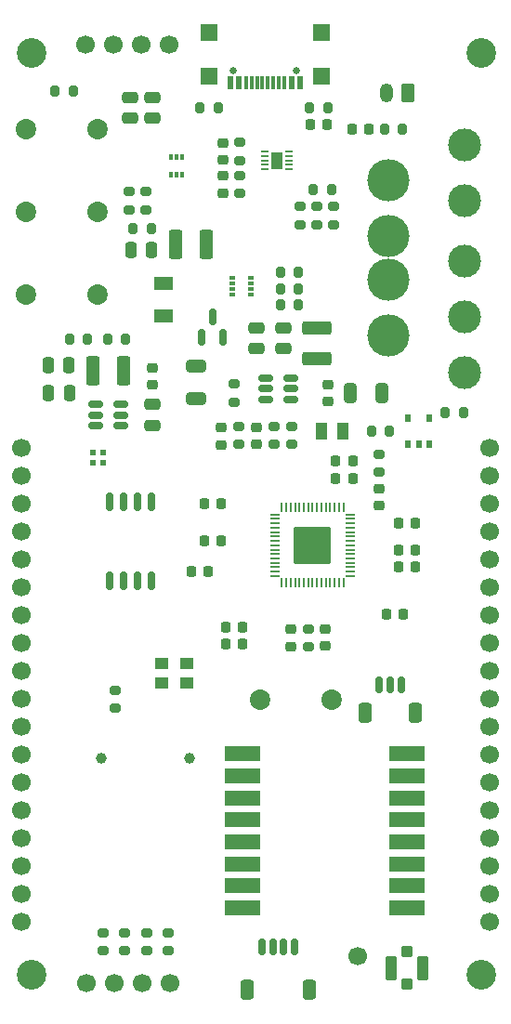
<source format=gts>
%TF.GenerationSoftware,KiCad,Pcbnew,9.0.5*%
%TF.CreationDate,2025-11-15T07:59:09-05:00*%
%TF.ProjectId,PicoLume_v4,5069636f-4c75-46d6-955f-76342e6b6963,rev?*%
%TF.SameCoordinates,Original*%
%TF.FileFunction,Soldermask,Top*%
%TF.FilePolarity,Negative*%
%FSLAX46Y46*%
G04 Gerber Fmt 4.6, Leading zero omitted, Abs format (unit mm)*
G04 Created by KiCad (PCBNEW 9.0.5) date 2025-11-15 07:59:09*
%MOMM*%
%LPD*%
G01*
G04 APERTURE LIST*
G04 Aperture macros list*
%AMRoundRect*
0 Rectangle with rounded corners*
0 $1 Rounding radius*
0 $2 $3 $4 $5 $6 $7 $8 $9 X,Y pos of 4 corners*
0 Add a 4 corners polygon primitive as box body*
4,1,4,$2,$3,$4,$5,$6,$7,$8,$9,$2,$3,0*
0 Add four circle primitives for the rounded corners*
1,1,$1+$1,$2,$3*
1,1,$1+$1,$4,$5*
1,1,$1+$1,$6,$7*
1,1,$1+$1,$8,$9*
0 Add four rect primitives between the rounded corners*
20,1,$1+$1,$2,$3,$4,$5,0*
20,1,$1+$1,$4,$5,$6,$7,0*
20,1,$1+$1,$6,$7,$8,$9,0*
20,1,$1+$1,$8,$9,$2,$3,0*%
%AMFreePoly0*
4,1,18,-0.437500,0.050000,-0.433694,0.069134,-0.422855,0.085355,-0.406634,0.096194,-0.387500,0.100000,0.387500,0.100000,0.437500,0.050000,0.437500,-0.050000,0.433694,-0.069134,0.422855,-0.085355,0.406634,-0.096194,0.387500,-0.100000,-0.387500,-0.100000,-0.406634,-0.096194,-0.422855,-0.085355,-0.433694,-0.069134,-0.437500,-0.050000,-0.437500,0.050000,-0.437500,0.050000,$1*%
%AMFreePoly1*
4,1,18,-0.437500,0.050000,-0.433694,0.069134,-0.422855,0.085355,-0.406634,0.096194,-0.387500,0.100000,0.387500,0.100000,0.406634,0.096194,0.422855,0.085355,0.433694,0.069134,0.437500,0.050000,0.437500,-0.050000,0.387500,-0.100000,-0.387500,-0.100000,-0.406634,-0.096194,-0.422855,-0.085355,-0.433694,-0.069134,-0.437500,-0.050000,-0.437500,0.050000,-0.437500,0.050000,$1*%
%AMFreePoly2*
4,1,18,-0.100000,0.387500,-0.050000,0.437500,0.050000,0.437500,0.069134,0.433694,0.085355,0.422855,0.096194,0.406634,0.100000,0.387500,0.100000,-0.387500,0.096194,-0.406634,0.085355,-0.422855,0.069134,-0.433694,0.050000,-0.437500,-0.050000,-0.437500,-0.069134,-0.433694,-0.085355,-0.422855,-0.096194,-0.406634,-0.100000,-0.387500,-0.100000,0.387500,-0.100000,0.387500,$1*%
%AMFreePoly3*
4,1,18,-0.100000,0.387500,-0.096194,0.406634,-0.085355,0.422855,-0.069134,0.433694,-0.050000,0.437500,0.050000,0.437500,0.100000,0.387500,0.100000,-0.387500,0.096194,-0.406634,0.085355,-0.422855,0.069134,-0.433694,0.050000,-0.437500,-0.050000,-0.437500,-0.069134,-0.433694,-0.085355,-0.422855,-0.096194,-0.406634,-0.100000,-0.387500,-0.100000,0.387500,-0.100000,0.387500,$1*%
%AMFreePoly4*
4,1,18,-0.437500,0.050000,-0.433694,0.069134,-0.422855,0.085355,-0.406634,0.096194,-0.387500,0.100000,0.387500,0.100000,0.406634,0.096194,0.422855,0.085355,0.433694,0.069134,0.437500,0.050000,0.437500,-0.050000,0.433694,-0.069134,0.422855,-0.085355,0.406634,-0.096194,0.387500,-0.100000,-0.387500,-0.100000,-0.437500,-0.050000,-0.437500,0.050000,-0.437500,0.050000,$1*%
%AMFreePoly5*
4,1,18,-0.437500,0.050000,-0.387500,0.100000,0.387500,0.100000,0.406634,0.096194,0.422855,0.085355,0.433694,0.069134,0.437500,0.050000,0.437500,-0.050000,0.433694,-0.069134,0.422855,-0.085355,0.406634,-0.096194,0.387500,-0.100000,-0.387500,-0.100000,-0.406634,-0.096194,-0.422855,-0.085355,-0.433694,-0.069134,-0.437500,-0.050000,-0.437500,0.050000,-0.437500,0.050000,$1*%
%AMFreePoly6*
4,1,18,-0.100000,0.387500,-0.096194,0.406634,-0.085355,0.422855,-0.069134,0.433694,-0.050000,0.437500,0.050000,0.437500,0.069134,0.433694,0.085355,0.422855,0.096194,0.406634,0.100000,0.387500,0.100000,-0.387500,0.050000,-0.437500,-0.050000,-0.437500,-0.069134,-0.433694,-0.085355,-0.422855,-0.096194,-0.406634,-0.100000,-0.387500,-0.100000,0.387500,-0.100000,0.387500,$1*%
%AMFreePoly7*
4,1,18,-0.100000,0.387500,-0.096194,0.406634,-0.085355,0.422855,-0.069134,0.433694,-0.050000,0.437500,0.050000,0.437500,0.069134,0.433694,0.085355,0.422855,0.096194,0.406634,0.100000,0.387500,0.100000,-0.387500,0.096194,-0.406634,0.085355,-0.422855,0.069134,-0.433694,0.050000,-0.437500,-0.050000,-0.437500,-0.100000,-0.387500,-0.100000,0.387500,-0.100000,0.387500,$1*%
G04 Aperture macros list end*
%ADD10RoundRect,0.200000X-0.200000X-0.275000X0.200000X-0.275000X0.200000X0.275000X-0.200000X0.275000X0*%
%ADD11RoundRect,0.225000X-0.250000X0.225000X-0.250000X-0.225000X0.250000X-0.225000X0.250000X0.225000X0*%
%ADD12C,2.700000*%
%ADD13RoundRect,0.250000X0.250000X0.475000X-0.250000X0.475000X-0.250000X-0.475000X0.250000X-0.475000X0*%
%ADD14C,3.840000*%
%ADD15RoundRect,0.225000X0.225000X0.250000X-0.225000X0.250000X-0.225000X-0.250000X0.225000X-0.250000X0*%
%ADD16R,0.550000X0.800000*%
%ADD17RoundRect,0.225000X0.250000X-0.225000X0.250000X0.225000X-0.250000X0.225000X-0.250000X-0.225000X0*%
%ADD18RoundRect,0.200000X-0.275000X0.200000X-0.275000X-0.200000X0.275000X-0.200000X0.275000X0.200000X0*%
%ADD19RoundRect,0.225000X-0.225000X-0.250000X0.225000X-0.250000X0.225000X0.250000X-0.225000X0.250000X0*%
%ADD20RoundRect,0.218750X0.218750X0.256250X-0.218750X0.256250X-0.218750X-0.256250X0.218750X-0.256250X0*%
%ADD21C,3.000000*%
%ADD22C,1.700000*%
%ADD23FreePoly0,0.000000*%
%ADD24RoundRect,0.050000X-0.387500X-0.050000X0.387500X-0.050000X0.387500X0.050000X-0.387500X0.050000X0*%
%ADD25FreePoly1,0.000000*%
%ADD26FreePoly2,0.000000*%
%ADD27RoundRect,0.050000X-0.050000X-0.387500X0.050000X-0.387500X0.050000X0.387500X-0.050000X0.387500X0*%
%ADD28FreePoly3,0.000000*%
%ADD29FreePoly4,0.000000*%
%ADD30FreePoly5,0.000000*%
%ADD31FreePoly6,0.000000*%
%ADD32FreePoly7,0.000000*%
%ADD33RoundRect,0.153000X1.547000X-1.547000X1.547000X1.547000X-1.547000X1.547000X-1.547000X-1.547000X0*%
%ADD34RoundRect,0.150000X-0.512500X-0.150000X0.512500X-0.150000X0.512500X0.150000X-0.512500X0.150000X0*%
%ADD35RoundRect,0.100000X-0.400000X-0.400000X0.400000X-0.400000X0.400000X0.400000X-0.400000X0.400000X0*%
%ADD36RoundRect,0.105000X-0.420000X-0.995000X0.420000X-0.995000X0.420000X0.995000X-0.420000X0.995000X0*%
%ADD37RoundRect,0.200000X0.275000X-0.200000X0.275000X0.200000X-0.275000X0.200000X-0.275000X-0.200000X0*%
%ADD38R,1.820000X1.160000*%
%ADD39RoundRect,0.250000X-0.375000X-1.075000X0.375000X-1.075000X0.375000X1.075000X-0.375000X1.075000X0*%
%ADD40R,0.550000X0.550000*%
%ADD41RoundRect,0.200000X0.200000X0.275000X-0.200000X0.275000X-0.200000X-0.275000X0.200000X-0.275000X0*%
%ADD42RoundRect,0.250000X0.350000X0.625000X-0.350000X0.625000X-0.350000X-0.625000X0.350000X-0.625000X0*%
%ADD43O,1.200000X1.750000*%
%ADD44RoundRect,0.250000X0.475000X-0.250000X0.475000X0.250000X-0.475000X0.250000X-0.475000X-0.250000X0*%
%ADD45RoundRect,0.150000X0.150000X0.625000X-0.150000X0.625000X-0.150000X-0.625000X0.150000X-0.625000X0*%
%ADD46RoundRect,0.250000X0.350000X0.650000X-0.350000X0.650000X-0.350000X-0.650000X0.350000X-0.650000X0*%
%ADD47C,1.860000*%
%ADD48RoundRect,0.250000X0.375000X1.075000X-0.375000X1.075000X-0.375000X-1.075000X0.375000X-1.075000X0*%
%ADD49RoundRect,0.250000X-0.650000X0.325000X-0.650000X-0.325000X0.650000X-0.325000X0.650000X0.325000X0*%
%ADD50RoundRect,0.218750X0.256250X-0.218750X0.256250X0.218750X-0.256250X0.218750X-0.256250X-0.218750X0*%
%ADD51RoundRect,0.250000X0.325000X0.650000X-0.325000X0.650000X-0.325000X-0.650000X0.325000X-0.650000X0*%
%ADD52R,0.750000X0.200000*%
%ADD53R,1.000000X1.600000*%
%ADD54RoundRect,0.102000X-1.500000X-0.600000X1.500000X-0.600000X1.500000X0.600000X-1.500000X0.600000X0*%
%ADD55RoundRect,0.250000X-0.475000X0.250000X-0.475000X-0.250000X0.475000X-0.250000X0.475000X0.250000X0*%
%ADD56RoundRect,0.250000X-1.075000X0.375000X-1.075000X-0.375000X1.075000X-0.375000X1.075000X0.375000X0*%
%ADD57C,0.650000*%
%ADD58R,0.600000X1.150000*%
%ADD59R,0.300000X1.150000*%
%ADD60R,1.500000X1.500000*%
%ADD61R,0.475000X0.300000*%
%ADD62RoundRect,0.218750X-0.256250X0.218750X-0.256250X-0.218750X0.256250X-0.218750X0.256250X0.218750X0*%
%ADD63RoundRect,0.162500X-0.162500X0.650000X-0.162500X-0.650000X0.162500X-0.650000X0.162500X0.650000X0*%
%ADD64RoundRect,0.150000X-0.150000X-0.625000X0.150000X-0.625000X0.150000X0.625000X-0.150000X0.625000X0*%
%ADD65RoundRect,0.250000X-0.350000X-0.650000X0.350000X-0.650000X0.350000X0.650000X-0.350000X0.650000X0*%
%ADD66RoundRect,0.150000X0.150000X-0.587500X0.150000X0.587500X-0.150000X0.587500X-0.150000X-0.587500X0*%
%ADD67R,1.300000X1.050000*%
%ADD68R,0.300000X0.475000*%
%ADD69C,1.000000*%
G04 APERTURE END LIST*
D10*
%TO.C,R31*%
X145375000Y-79800000D03*
X143725000Y-79800000D03*
%TD*%
%TO.C,R15*%
X138625000Y-81500000D03*
X136975000Y-81500000D03*
%TD*%
D11*
%TO.C,C13*%
X129675000Y-99550000D03*
X129675000Y-101100000D03*
%TD*%
%TO.C,C9*%
X137700000Y-86725000D03*
X137700000Y-88275000D03*
%TD*%
D12*
%TO.C,H1*%
X147000000Y-131000000D03*
%TD*%
D13*
%TO.C,C20*%
X109400000Y-75500000D03*
X107500000Y-75500000D03*
%TD*%
D14*
%TO.C,J12*%
X138500000Y-58580000D03*
X138500000Y-72800000D03*
X138500000Y-63660000D03*
X138500000Y-67720000D03*
%TD*%
D15*
%TO.C,C3*%
X122125000Y-94275000D03*
X120575000Y-94275000D03*
%TD*%
D16*
%TO.C,U6*%
X140350000Y-82700000D03*
X141300000Y-82700000D03*
X142250000Y-82700000D03*
X142250000Y-80300000D03*
X140350000Y-80300000D03*
%TD*%
D17*
%TO.C,C1*%
X126525000Y-82650000D03*
X126525000Y-81100000D03*
%TD*%
D10*
%TO.C,R4*%
X108175000Y-50500000D03*
X109825000Y-50500000D03*
%TD*%
D18*
%TO.C,R8*%
X129725000Y-81050000D03*
X129725000Y-82700000D03*
%TD*%
%TO.C,R17*%
X116400000Y-59675000D03*
X116400000Y-61325000D03*
%TD*%
%TO.C,R12*%
X112500000Y-127175000D03*
X112500000Y-128825000D03*
%TD*%
D15*
%TO.C,C8*%
X123300000Y-91475000D03*
X121750000Y-91475000D03*
%TD*%
D19*
%TO.C,C12*%
X133725000Y-84200000D03*
X135275000Y-84200000D03*
%TD*%
D20*
%TO.C,D2*%
X136787500Y-54000000D03*
X135212500Y-54000000D03*
%TD*%
D21*
%TO.C,J7*%
X145500000Y-66000000D03*
X145500000Y-71080000D03*
X145500000Y-76160000D03*
%TD*%
D22*
%TO.C,J1*%
X105100000Y-83020000D03*
X105100000Y-85560000D03*
X105100000Y-88100000D03*
X105100000Y-90640000D03*
X105100000Y-93180000D03*
X105100000Y-95720000D03*
X105100000Y-98260000D03*
X105100000Y-100800000D03*
X105100000Y-103340000D03*
X105100000Y-105880000D03*
X105100000Y-108420000D03*
X105100000Y-110960000D03*
X105100000Y-113500000D03*
X105100000Y-116040000D03*
X105100000Y-118580000D03*
X105100000Y-121120000D03*
X105100000Y-123660000D03*
X105100000Y-126200000D03*
%TD*%
D23*
%TO.C,U1*%
X128187500Y-89075000D03*
D24*
X128187500Y-89475000D03*
X128187500Y-89875000D03*
X128187500Y-90275000D03*
X128187500Y-90675000D03*
X128187500Y-91075000D03*
X128187500Y-91475000D03*
X128187500Y-91875000D03*
X128187500Y-92275000D03*
X128187500Y-92675000D03*
X128187500Y-93075000D03*
X128187500Y-93475000D03*
X128187500Y-93875000D03*
X128187500Y-94275000D03*
D25*
X128187500Y-94675000D03*
D26*
X128825000Y-95312500D03*
D27*
X129225000Y-95312500D03*
X129625000Y-95312500D03*
X130025000Y-95312500D03*
X130425000Y-95312500D03*
X130825000Y-95312500D03*
X131225000Y-95312500D03*
X131625000Y-95312500D03*
X132025000Y-95312500D03*
X132425000Y-95312500D03*
X132825000Y-95312500D03*
X133225000Y-95312500D03*
X133625000Y-95312500D03*
X134025000Y-95312500D03*
D28*
X134425000Y-95312500D03*
D29*
X135062500Y-94675000D03*
D24*
X135062500Y-94275000D03*
X135062500Y-93875000D03*
X135062500Y-93475000D03*
X135062500Y-93075000D03*
X135062500Y-92675000D03*
X135062500Y-92275000D03*
X135062500Y-91875000D03*
X135062500Y-91475000D03*
X135062500Y-91075000D03*
X135062500Y-90675000D03*
X135062500Y-90275000D03*
X135062500Y-89875000D03*
X135062500Y-89475000D03*
D30*
X135062500Y-89075000D03*
D31*
X134425000Y-88437500D03*
D27*
X134025000Y-88437500D03*
X133625000Y-88437500D03*
X133225000Y-88437500D03*
X132825000Y-88437500D03*
X132425000Y-88437500D03*
X132025000Y-88437500D03*
X131625000Y-88437500D03*
X131225000Y-88437500D03*
X130825000Y-88437500D03*
X130425000Y-88437500D03*
X130025000Y-88437500D03*
X129625000Y-88437500D03*
X129225000Y-88437500D03*
D32*
X128825000Y-88437500D03*
D33*
X131625000Y-91875000D03*
%TD*%
D34*
%TO.C,U5*%
X111862500Y-79050000D03*
X111862500Y-80000000D03*
X111862500Y-80950000D03*
X114137500Y-80950000D03*
X114137500Y-80000000D03*
X114137500Y-79050000D03*
%TD*%
D35*
%TO.C,J8*%
X140225000Y-128875000D03*
D36*
X141700000Y-130375000D03*
D35*
X140225000Y-131875000D03*
D36*
X138750000Y-130375000D03*
%TD*%
D10*
%TO.C,R23*%
X128675000Y-70000000D03*
X130325000Y-70000000D03*
%TD*%
D37*
%TO.C,R28*%
X133500000Y-62650000D03*
X133500000Y-61000000D03*
%TD*%
D18*
%TO.C,R11*%
X114510000Y-127175000D03*
X114510000Y-128825000D03*
%TD*%
D22*
%TO.C,J5*%
X135700000Y-129300000D03*
%TD*%
D15*
%TO.C,C14*%
X125275000Y-100900000D03*
X123725000Y-100900000D03*
%TD*%
D13*
%TO.C,C22*%
X116950000Y-65000000D03*
X115050000Y-65000000D03*
%TD*%
D38*
%TO.C,F2*%
X118000000Y-68025000D03*
X118000000Y-70975000D03*
%TD*%
D39*
%TO.C,L2*%
X111600000Y-76000000D03*
X114400000Y-76000000D03*
%TD*%
D19*
%TO.C,C6*%
X138325000Y-98200000D03*
X139875000Y-98200000D03*
%TD*%
D13*
%TO.C,C16*%
X109450000Y-78000000D03*
X107550000Y-78000000D03*
%TD*%
D40*
%TO.C,D3*%
X111575000Y-84400000D03*
X112525000Y-84400000D03*
X112525000Y-83450000D03*
X111575000Y-83450000D03*
%TD*%
D41*
%TO.C,R22*%
X130325000Y-68500000D03*
X128675000Y-68500000D03*
%TD*%
D10*
%TO.C,R14*%
X115275000Y-63000000D03*
X116925000Y-63000000D03*
%TD*%
D19*
%TO.C,C28*%
X133725000Y-85800000D03*
X135275000Y-85800000D03*
%TD*%
D37*
%TO.C,R26*%
X130500000Y-62650000D03*
X130500000Y-61000000D03*
%TD*%
D18*
%TO.C,R7*%
X128125000Y-81050000D03*
X128125000Y-82700000D03*
%TD*%
D42*
%TO.C,J9*%
X140350000Y-50650000D03*
D43*
X138350000Y-50650000D03*
%TD*%
D12*
%TO.C,H3*%
X147000000Y-47000000D03*
%TD*%
D44*
%TO.C,C17*%
X117000000Y-52950000D03*
X117000000Y-51050000D03*
%TD*%
D37*
%TO.C,R9*%
X124925000Y-82700000D03*
X124925000Y-81050000D03*
%TD*%
D45*
%TO.C,J10*%
X139700000Y-104600000D03*
X138700000Y-104600000D03*
X137700000Y-104600000D03*
D46*
X141000000Y-107125000D03*
X136400000Y-107125000D03*
%TD*%
D10*
%TO.C,R10*%
X109450000Y-73100000D03*
X111100000Y-73100000D03*
%TD*%
D18*
%TO.C,R1*%
X131225000Y-99500000D03*
X131225000Y-101150000D03*
%TD*%
D22*
%TO.C,J3*%
X147800000Y-83040000D03*
X147800000Y-85580000D03*
X147800000Y-88120000D03*
X147800000Y-90660000D03*
X147800000Y-93200000D03*
X147800000Y-95740000D03*
X147800000Y-98280000D03*
X147800000Y-100820000D03*
X147800000Y-103360000D03*
X147800000Y-105900000D03*
X147800000Y-108440000D03*
X147800000Y-110980000D03*
X147800000Y-113520000D03*
X147800000Y-116060000D03*
X147800000Y-118600000D03*
X147800000Y-121140000D03*
X147800000Y-123680000D03*
X147800000Y-126220000D03*
%TD*%
D12*
%TO.C,H2*%
X106000000Y-131000000D03*
%TD*%
D18*
%TO.C,R20*%
X124500000Y-77175000D03*
X124500000Y-78825000D03*
%TD*%
D47*
%TO.C,SW4*%
X126825000Y-105975000D03*
X133325000Y-105975000D03*
%TD*%
D41*
%TO.C,R29*%
X133325000Y-59500000D03*
X131675000Y-59500000D03*
%TD*%
D19*
%TO.C,C27*%
X131400000Y-53575000D03*
X132950000Y-53575000D03*
%TD*%
D48*
%TO.C,L4*%
X121900000Y-64500000D03*
X119100000Y-64500000D03*
%TD*%
D18*
%TO.C,R25*%
X125000000Y-58175000D03*
X125000000Y-59825000D03*
%TD*%
D37*
%TO.C,R16*%
X114900000Y-61325000D03*
X114900000Y-59675000D03*
%TD*%
D49*
%TO.C,C26*%
X121000000Y-75525000D03*
X121000000Y-78475000D03*
%TD*%
D50*
%TO.C,Fault1*%
X123500000Y-59787500D03*
X123500000Y-58212500D03*
%TD*%
D22*
%TO.C,J13*%
X110890000Y-46300000D03*
X113430000Y-46300000D03*
X115970000Y-46300000D03*
X118510000Y-46300000D03*
%TD*%
D34*
%TO.C,U8*%
X127362500Y-76662500D03*
X127362500Y-77612500D03*
X127362500Y-78562500D03*
X129637500Y-78562500D03*
X129637500Y-77612500D03*
X129637500Y-76662500D03*
%TD*%
D22*
%TO.C,J2*%
X110980000Y-131800000D03*
X113520000Y-131800000D03*
X116060000Y-131800000D03*
X118600000Y-131800000D03*
%TD*%
D51*
%TO.C,C23*%
X137975000Y-78000000D03*
X135025000Y-78000000D03*
%TD*%
D47*
%TO.C,SW3*%
X105550000Y-61500000D03*
X112050000Y-61500000D03*
%TD*%
D11*
%TO.C,C10*%
X132775000Y-99525000D03*
X132775000Y-101075000D03*
%TD*%
D47*
%TO.C,SW1*%
X105500000Y-69000000D03*
X112000000Y-69000000D03*
%TD*%
D19*
%TO.C,C11*%
X139475000Y-92350000D03*
X141025000Y-92350000D03*
%TD*%
%TO.C,C4*%
X139425000Y-89900000D03*
X140975000Y-89900000D03*
%TD*%
D52*
%TO.C,IC2*%
X127300000Y-56000000D03*
X127300000Y-56400000D03*
X127300000Y-56800000D03*
X127300000Y-57200000D03*
X127300000Y-57600000D03*
X129500000Y-57600000D03*
X129500000Y-57200000D03*
X129500000Y-56800000D03*
X129500000Y-56400000D03*
X129500000Y-56000000D03*
D53*
X128400000Y-56800000D03*
%TD*%
D54*
%TO.C,U4*%
X125225000Y-110900000D03*
X125225000Y-112900000D03*
X125225000Y-114900000D03*
X125225000Y-116900000D03*
X125225000Y-118900000D03*
X125225000Y-120900000D03*
X125225000Y-122900000D03*
X125225000Y-124900000D03*
X140225000Y-124900000D03*
X140225000Y-122900000D03*
X140225000Y-120900000D03*
X140225000Y-118900000D03*
X140225000Y-116900000D03*
X140225000Y-114900000D03*
X140225000Y-112900000D03*
X140225000Y-110900000D03*
%TD*%
D18*
%TO.C,R30*%
X113625000Y-105100000D03*
X113625000Y-106750000D03*
%TD*%
D55*
%TO.C,C25*%
X129000000Y-72050000D03*
X129000000Y-73950000D03*
%TD*%
D10*
%TO.C,R18*%
X121350000Y-52000000D03*
X123000000Y-52000000D03*
%TD*%
%TO.C,R6*%
X112950000Y-73100000D03*
X114600000Y-73100000D03*
%TD*%
D21*
%TO.C,J6*%
X145500000Y-55420000D03*
X145500000Y-60500000D03*
%TD*%
D10*
%TO.C,R19*%
X131350000Y-52000000D03*
X133000000Y-52000000D03*
%TD*%
D56*
%TO.C,L3*%
X132000000Y-72100000D03*
X132000000Y-74900000D03*
%TD*%
D57*
%TO.C,J11*%
X130190000Y-48615000D03*
X124410000Y-48615000D03*
D58*
X130500000Y-49690000D03*
X129700000Y-49690000D03*
D59*
X128550000Y-49690000D03*
X127550000Y-49690000D03*
X127050000Y-49690000D03*
X126050000Y-49690000D03*
D58*
X124900000Y-49690000D03*
X124100000Y-49690000D03*
D59*
X125550000Y-49690000D03*
X126550000Y-49690000D03*
X128050000Y-49690000D03*
X129050000Y-49690000D03*
D60*
X132420000Y-49115000D03*
X122180000Y-49115000D03*
X132420000Y-45185000D03*
X122180000Y-45185000D03*
%TD*%
D11*
%TO.C,C24*%
X133000000Y-77225000D03*
X133000000Y-78775000D03*
%TD*%
D55*
%TO.C,C15*%
X126500000Y-72050000D03*
X126500000Y-73950000D03*
%TD*%
D61*
%TO.C,IC1*%
X124324000Y-67500000D03*
X124324000Y-68000000D03*
X124324000Y-68500000D03*
X124324000Y-69000000D03*
X126000000Y-69000000D03*
X126000000Y-68500000D03*
X126000000Y-68000000D03*
X126000000Y-67500000D03*
%TD*%
D15*
%TO.C,C7*%
X125250000Y-99325000D03*
X123700000Y-99325000D03*
%TD*%
D37*
%TO.C,R27*%
X132000000Y-62650000D03*
X132000000Y-61000000D03*
%TD*%
D18*
%TO.C,R3*%
X116500000Y-127175000D03*
X116500000Y-128825000D03*
%TD*%
D62*
%TO.C,CHG1*%
X123500000Y-55212500D03*
X123500000Y-56787500D03*
%TD*%
D63*
%TO.C,U2*%
X116905000Y-87912500D03*
X115635000Y-87912500D03*
X114365000Y-87912500D03*
X113095000Y-87912500D03*
X113095000Y-95087500D03*
X114365000Y-95087500D03*
X115635000Y-95087500D03*
X116905000Y-95087500D03*
%TD*%
D64*
%TO.C,J4*%
X127000000Y-128500000D03*
X128000000Y-128500000D03*
X129000000Y-128500000D03*
X130000000Y-128500000D03*
D65*
X125700000Y-132375000D03*
X131300000Y-132375000D03*
%TD*%
D66*
%TO.C,Q4*%
X121550000Y-72937500D03*
X123450000Y-72937500D03*
X122500000Y-71062500D03*
%TD*%
D67*
%TO.C,Y1*%
X117850000Y-104400000D03*
X120150000Y-104400000D03*
X120150000Y-102650000D03*
X117850000Y-102650000D03*
%TD*%
D12*
%TO.C,H4*%
X106000000Y-47000000D03*
%TD*%
D15*
%TO.C,C2*%
X123275000Y-88100000D03*
X121725000Y-88100000D03*
%TD*%
D44*
%TO.C,C21*%
X115000000Y-52950000D03*
X115000000Y-51050000D03*
%TD*%
D55*
%TO.C,C18*%
X117000000Y-79050000D03*
X117000000Y-80950000D03*
%TD*%
D68*
%TO.C,IC3*%
X118700000Y-58138000D03*
X119200000Y-58138000D03*
X119700000Y-58138000D03*
X119700000Y-56462000D03*
X119200000Y-56462000D03*
X118700000Y-56462000D03*
%TD*%
D41*
%TO.C,R13*%
X139825000Y-54000000D03*
X138175000Y-54000000D03*
%TD*%
%TO.C,R21*%
X130325000Y-67000000D03*
X128675000Y-67000000D03*
%TD*%
D17*
%TO.C,C19*%
X117000000Y-77275000D03*
X117000000Y-75725000D03*
%TD*%
D47*
%TO.C,SW2*%
X105500000Y-54000000D03*
X112000000Y-54000000D03*
%TD*%
D37*
%TO.C,R24*%
X125000000Y-56825000D03*
X125000000Y-55175000D03*
%TD*%
D53*
%TO.C,L1*%
X132400000Y-81500000D03*
X134400000Y-81500000D03*
%TD*%
D18*
%TO.C,R5*%
X137700000Y-83575000D03*
X137700000Y-85225000D03*
%TD*%
%TO.C,R2*%
X118500000Y-127175000D03*
X118500000Y-128825000D03*
%TD*%
D62*
%TO.C,D1*%
X123250000Y-81137500D03*
X123250000Y-82712500D03*
%TD*%
D19*
%TO.C,C5*%
X139475000Y-93875000D03*
X141025000Y-93875000D03*
%TD*%
D69*
%TO.C,J14*%
X112400000Y-111275000D03*
X120400000Y-111275000D03*
%TD*%
M02*

</source>
